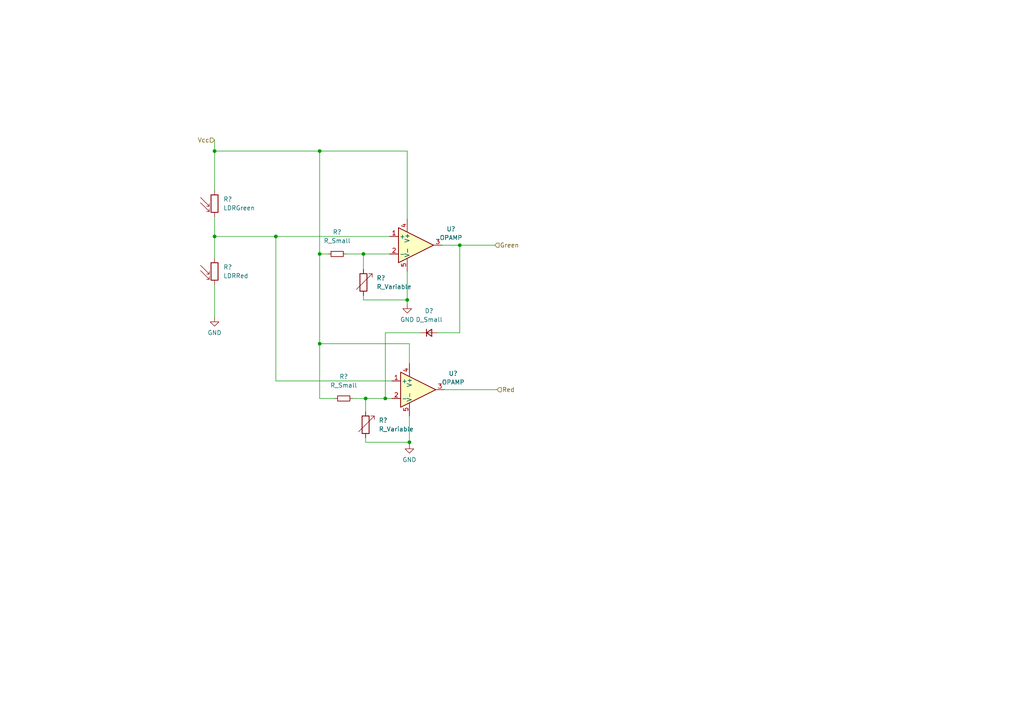
<source format=kicad_sch>
(kicad_sch (version 20211123) (generator eeschema)
  (paper "A4")
  (lib_symbols
    (symbol "Device:D_Small" (pin_numbers hide) (pin_names (offset 0.254) hide)
      (property "Reference" "D" (at -1.27 2.032 0))
      (property "Value" "D_Small" (at -3.81 -2.032 0))
      (symbol "D_Small_0_1"
        (polyline (pts (xy -0.762 -1.016) (xy -0.762 1.016)) (stroke (width 0.254)))
        (polyline (pts (xy -0.762 0) (xy 0.762 0)))
        (polyline (pts (xy 0.762 -1.016) (xy -0.762 0) (xy 0.762 1.016) (xy 0.762 -1.016)) (stroke (width 0.254)))
      )
      (symbol "D_Small_1_1"
        (pin passive line (at -2.54 0 0) (length 1.778) (name "K") (number "1"))
        (pin passive line (at 2.54 0 180) (length 1.778) (name "A") (number "2"))
      )
    )
    (symbol "Device:R_Small" (pin_numbers hide) (pin_names (offset 0.254) hide)
      (property "Reference" "R" (at 0.762 0.508 0))
      (property "Value" "R_Small" (at 0.762 -1.016 0))
      (symbol "R_Small_0_1"
        (rectangle (start -0.762 1.778) (end 0.762 -1.778) (stroke (width 0.2032)))
      )
      (symbol "R_Small_1_1"
        (pin passive line (at 0 2.54 270) (length 0.762) (name "~") (number "1"))
        (pin passive line (at 0 -2.54 90) (length 0.762) (name "~") (number "2"))
      )
    )
    (symbol "Device:R_Variable" (pin_numbers hide) (pin_names (offset 0))
      (property "Reference" "R" (at 2.54 -2.54 90))
      (property "Value" "R_Variable" (at -2.54 -1.27 90))
      (symbol "R_Variable_0_1"
        (rectangle (start -1.016 -2.54) (end 1.016 2.54) (stroke (width 0.254)))
        (polyline (pts (xy 2.54 1.524) (xy 2.54 2.54) (xy 1.524 2.54) (xy 2.54 2.54) (xy -2.032 -2.032)))
      )
      (symbol "R_Variable_1_1"
        (pin passive line (at 0 3.81 270) (length 1.27) (name "~") (number "1"))
        (pin passive line (at 0 -3.81 90) (length 1.27) (name "~") (number "2"))
      )
    )
    (symbol "Sensor_Optical:LDR03" (pin_numbers hide) (pin_names (offset 0))
      (property "Reference" "R" (at -5.08 0 90))
      (property "Value" "LDR03" (at 1.905 0 90))
      (symbol "LDR03_0_1"
        (rectangle (start -1.016 2.54) (end 1.016 -2.54) (stroke (width 0.254)))
        (polyline (pts (xy -1.524 -2.286) (xy -4.064 0.254)))
        (polyline (pts (xy -1.524 -2.286) (xy -2.286 -2.286)))
        (polyline (pts (xy -1.524 -2.286) (xy -1.524 -1.524)))
        (polyline (pts (xy -1.524 -0.762) (xy -4.064 1.778)))
        (polyline (pts (xy -1.524 -0.762) (xy -2.286 -0.762)))
        (polyline (pts (xy -1.524 -0.762) (xy -1.524 0)))
      )
      (symbol "LDR03_1_1"
        (pin passive line (at 0 3.81 270) (length 1.27) (name "~") (number "1"))
        (pin passive line (at 0 -3.81 90) (length 1.27) (name "~") (number "2"))
      )
    )
    (symbol "power:GND" (power) (pin_names (offset 0))
      (property "Value" "GND" (at 0 -3.81 0))
      (symbol "GND_0_1"
        (polyline (pts (xy 0 0) (xy 0 -1.27) (xy 1.27 -1.27) (xy 0 -2.54) (xy -1.27 -1.27) (xy 0 -1.27)))
      )
      (symbol "GND_1_1"
        (pin power_in line (at 0 0 270) (length 0) hide (name "GND") (number "1"))
      )
    )
    (symbol "pspice:OPAMP" (pin_names (offset 0.254))
      (property "Reference" "U" (at 3.81 3.175 0))
      (property "Value" "OPAMP" (at 3.81 -3.175 0))
      (symbol "OPAMP_0_1"
        (polyline (pts (xy 5.08 0) (xy -5.08 5.08) (xy -5.08 -5.08) (xy 5.08 0)) (stroke (width 0.254)) (fill (type background)))
      )
      (symbol "OPAMP_1_1"
        (pin input line (at -7.62 2.54 0) (length 2.54) (name "+") (number "1"))
        (pin input line (at -7.62 -2.54 0) (length 2.54) (name "-") (number "2"))
        (pin output line (at 7.62 0 180) (length 2.54) (name "~") (number "3"))
        (pin power_in line (at -2.54 7.62 270) (length 3.81) (name "V+") (number "4"))
        (pin power_in line (at -2.54 -7.62 90) (length 3.81) (name "V-") (number "5"))
      )
    )
  )
  (junction (at 80.01 68.58))
  (junction (at 106.045 115.57))
  (junction (at 92.71 73.66))
  (junction (at 62.23 68.58))
  (junction (at 62.23 43.815))
  (junction (at 105.41 73.66))
  (junction (at 133.35 71.12))
  (junction (at 111.76 115.57))
  (junction (at 118.745 128.27))
  (junction (at 118.11 86.995))
  (junction (at 92.71 99.695))
  (junction (at 92.71 43.815))
  (wire (pts (xy 62.23 82.55) (xy 62.23 92.075)))
  (wire (pts (xy 105.41 85.725) (xy 105.41 86.995)))
  (wire (pts (xy 118.745 128.27) (xy 118.745 120.65)))
  (wire (pts (xy 62.23 43.815) (xy 62.23 55.245)))
  (wire (pts (xy 128.27 71.12) (xy 133.35 71.12)))
  (wire (pts (xy 62.23 68.58) (xy 62.23 74.93)))
  (wire (pts (xy 106.045 115.57) (xy 106.045 119.38)))
  (wire (pts (xy 102.235 115.57) (xy 106.045 115.57)))
  (wire (pts (xy 62.23 62.865) (xy 62.23 68.58)))
  (wire (pts (xy 106.045 115.57) (xy 111.76 115.57)))
  (wire (pts (xy 80.01 68.58) (xy 113.03 68.58)))
  (wire (pts (xy 105.41 86.995) (xy 118.11 86.995)))
  (wire (pts (xy 111.76 96.52) (xy 121.92 96.52)))
  (wire (pts (xy 111.76 115.57) (xy 113.665 115.57)))
  (wire (pts (xy 118.11 86.995) (xy 118.11 78.74)))
  (wire (pts (xy 133.35 71.12) (xy 133.35 96.52)))
  (wire (pts (xy 105.41 73.66) (xy 113.03 73.66)))
  (wire (pts (xy 106.045 127) (xy 106.045 128.27)))
  (wire (pts (xy 80.01 68.58) (xy 80.01 110.49)))
  (wire (pts (xy 92.71 115.57) (xy 97.155 115.57)))
  (wire (pts (xy 105.41 73.66) (xy 105.41 78.105)))
  (wire (pts (xy 92.71 99.695) (xy 118.745 99.695)))
  (wire (pts (xy 118.745 128.905) (xy 118.745 128.27)))
  (wire (pts (xy 128.905 113.03) (xy 144.145 113.03)))
  (wire (pts (xy 62.23 40.64) (xy 62.23 43.815)))
  (wire (pts (xy 62.23 68.58) (xy 80.01 68.58)))
  (wire (pts (xy 133.35 71.12) (xy 143.51 71.12)))
  (wire (pts (xy 62.23 43.815) (xy 92.71 43.815)))
  (wire (pts (xy 127 96.52) (xy 133.35 96.52)))
  (wire (pts (xy 92.71 43.815) (xy 118.11 43.815)))
  (wire (pts (xy 92.71 99.695) (xy 92.71 115.57)))
  (wire (pts (xy 118.11 88.265) (xy 118.11 86.995)))
  (wire (pts (xy 80.01 110.49) (xy 113.665 110.49)))
  (wire (pts (xy 92.71 43.815) (xy 92.71 73.66)))
  (wire (pts (xy 118.11 43.815) (xy 118.11 63.5)))
  (wire (pts (xy 118.745 99.695) (xy 118.745 105.41)))
  (wire (pts (xy 92.71 73.66) (xy 92.71 99.695)))
  (wire (pts (xy 100.33 73.66) (xy 105.41 73.66)))
  (wire (pts (xy 106.045 128.27) (xy 118.745 128.27)))
  (wire (pts (xy 92.71 73.66) (xy 95.25 73.66)))
  (wire (pts (xy 111.76 96.52) (xy 111.76 115.57)))
  (hierarchical_label "Green" (shape input) (at 143.51 71.12 0))
  (hierarchical_label "Vcc" (shape input) (at 62.23 40.64 180))
  (hierarchical_label "Red" (shape input) (at 144.145 113.03 0))
  (symbol (lib_id "pspice:OPAMP") (at 121.285 113.03 0) (unit 1)
    (property "Reference" "U?" (at 131.445 108.331 0))
    (property "Value" "OPAMP" (at 131.445 110.871 0))
  )
  (symbol (lib_id "Device:R_Variable") (at 106.045 123.19 0) (unit 1)
    (property "Reference" "R?" (at 109.855 121.9199 0) (effects (justify left)))
    (property "Value" "R_Variable" (at 109.855 124.4599 0) (effects (justify left)))
  )
  (symbol (lib_id "Device:D_Small") (at 124.46 96.52 0) (unit 1)
    (property "Reference" "D?" (at 124.46 90.17 0))
    (property "Value" "D_Small" (at 124.46 92.71 0))
  )
  (symbol (lib_id "power:GND") (at 118.11 88.265 0) (unit 1)
    (property "Reference" "#PWR?" (effects hide))
    (property "Value" "GND" (at 118.11 92.71 0))
  )
  (symbol (lib_id "power:GND") (at 62.23 92.075 0) (unit 1)
    (property "Reference" "#PWR?" (effects hide))
    (property "Value" "GND" (at 62.23 96.52 0))
  )
  (symbol (lib_id "Device:R_Small") (at 99.695 115.57 270) (unit 1)
    (property "Reference" "R?" (at 99.695 109.22 90))
    (property "Value" "R_Small" (at 99.695 111.76 90))
  )
  (symbol (lib_id "Sensor_Optical:LDR03") (at 62.23 59.055 0) (unit 1)
    (property "Reference" "R?" (at 64.77 57.7849 0) (effects (justify left)))
    (property "Value" "LDRGreen" (at 64.77 60.3249 0) (effects (justify left)))
    (property "Footprint" "OptoDevice:R_LDR_10x8.5mm_P7.6mm_Vertical" (effects hide))
    (property "Datasheet" "http://www.elektronica-componenten.nl/WebRoot/StoreNL/Shops/61422969/54F1/BA0C/C664/31B9/2173/C0A8/2AB9/2AEF/LDR03IMP.pdf" (effects hide))
  )
  (symbol (lib_id "power:GND") (at 118.745 128.905 0) (unit 1)
    (property "Reference" "#PWR?" (effects hide))
    (property "Value" "GND" (at 118.745 133.35 0))
  )
  (symbol (lib_id "pspice:OPAMP") (at 120.65 71.12 0) (unit 1)
    (property "Reference" "U?" (at 130.81 66.421 0))
    (property "Value" "OPAMP" (at 130.81 68.961 0))
  )
  (symbol (lib_id "Device:R_Variable") (at 105.41 81.915 0) (unit 1)
    (property "Reference" "R?" (at 109.22 80.6449 0) (effects (justify left)))
    (property "Value" "R_Variable" (at 109.22 83.1849 0) (effects (justify left)))
  )
  (symbol (lib_id "Sensor_Optical:LDR03") (at 62.23 78.74 0) (unit 1)
    (property "Reference" "R?" (at 64.77 77.4699 0) (effects (justify left)))
    (property "Value" "LDRRed" (at 64.77 80.0099 0) (effects (justify left)))
    (property "Footprint" "OptoDevice:R_LDR_10x8.5mm_P7.6mm_Vertical" (effects hide))
    (property "Datasheet" "http://www.elektronica-componenten.nl/WebRoot/StoreNL/Shops/61422969/54F1/BA0C/C664/31B9/2173/C0A8/2AB9/2AEF/LDR03IMP.pdf" (effects hide))
  )
  (symbol (lib_id "Device:R_Small") (at 97.79 73.66 270) (unit 1)
    (property "Reference" "R?" (at 97.79 67.31 90))
    (property "Value" "R_Small" (at 97.79 69.85 90))
  )
)
</source>
